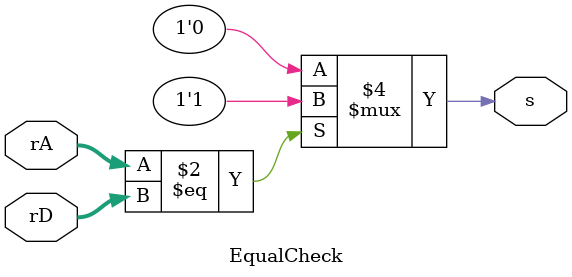
<source format=sv>
`timescale 1ns / 1ps


module EqualCheck(input logic [2:0]rA,rD,output logic s);
always_comb
    if(rA == rD)
        s = 1'b1;
    else
        s = 1'b0;
endmodule

</source>
